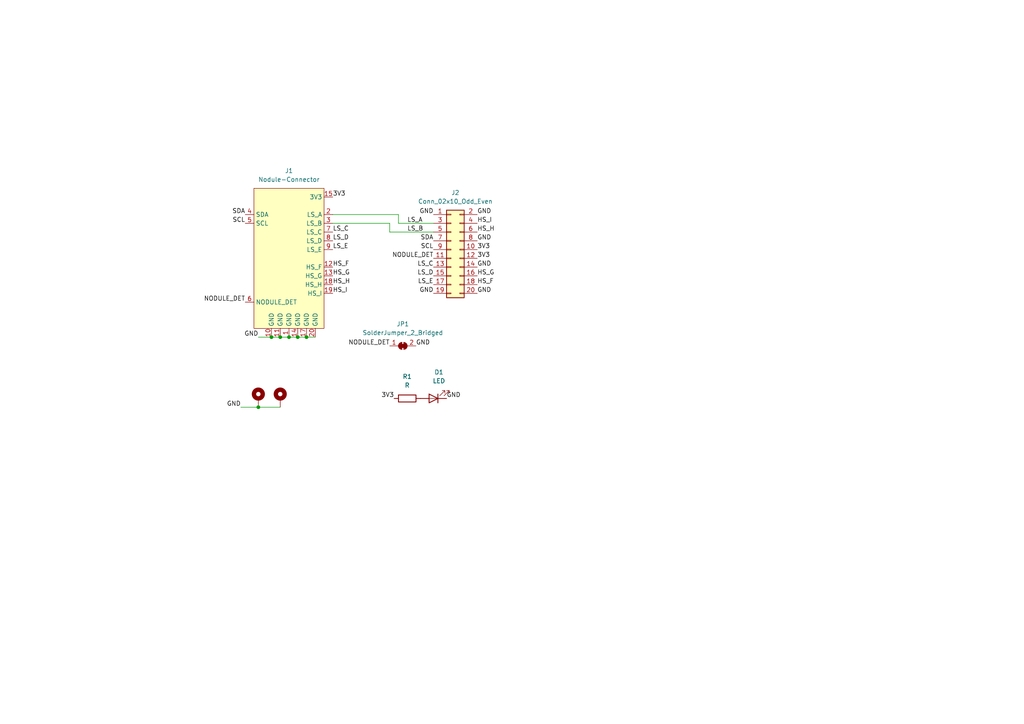
<source format=kicad_sch>
(kicad_sch (version 20230121) (generator eeschema)
  (paper "A4")
  (lib_symbols
    (symbol "Connector_Generic:Conn_02x10_Odd_Even" (pin_names (offset 1.016) hide)
      (property "Reference" "J" (at 1.27 12.7 0))
      (property "Value" "Conn_02x10_Odd_Even" (at 1.27 -15.24 0))
      (symbol "Conn_02x10_Odd_Even_1_1"
        (rectangle (start -1.27 -12.573) (end 0 -12.827) (stroke (width 0.1524)))
        (rectangle (start -1.27 -10.033) (end 0 -10.287) (stroke (width 0.1524)))
        (rectangle (start -1.27 -7.493) (end 0 -7.747) (stroke (width 0.1524)))
        (rectangle (start -1.27 -4.953) (end 0 -5.207) (stroke (width 0.1524)))
        (rectangle (start -1.27 -2.413) (end 0 -2.667) (stroke (width 0.1524)))
        (rectangle (start -1.27 0.127) (end 0 -0.127) (stroke (width 0.1524)))
        (rectangle (start -1.27 2.667) (end 0 2.413) (stroke (width 0.1524)))
        (rectangle (start -1.27 5.207) (end 0 4.953) (stroke (width 0.1524)))
        (rectangle (start -1.27 7.747) (end 0 7.493) (stroke (width 0.1524)))
        (rectangle (start -1.27 10.287) (end 0 10.033) (stroke (width 0.1524)))
        (rectangle (start -1.27 11.43) (end 3.81 -13.97) (stroke (width 0.254)) (fill (type background)))
        (rectangle (start 3.81 -12.573) (end 2.54 -12.827) (stroke (width 0.1524)))
        (rectangle (start 3.81 -10.033) (end 2.54 -10.287) (stroke (width 0.1524)))
        (rectangle (start 3.81 -7.493) (end 2.54 -7.747) (stroke (width 0.1524)))
        (rectangle (start 3.81 -4.953) (end 2.54 -5.207) (stroke (width 0.1524)))
        (rectangle (start 3.81 -2.413) (end 2.54 -2.667) (stroke (width 0.1524)))
        (rectangle (start 3.81 0.127) (end 2.54 -0.127) (stroke (width 0.1524)))
        (rectangle (start 3.81 2.667) (end 2.54 2.413) (stroke (width 0.1524)))
        (rectangle (start 3.81 5.207) (end 2.54 4.953) (stroke (width 0.1524)))
        (rectangle (start 3.81 7.747) (end 2.54 7.493) (stroke (width 0.1524)))
        (rectangle (start 3.81 10.287) (end 2.54 10.033) (stroke (width 0.1524)))
        (pin passive line (at -5.08 10.16 0) (length 3.81) (name "Pin_1") (number "1"))
        (pin passive line (at 7.62 0 180) (length 3.81) (name "Pin_10") (number "10"))
        (pin passive line (at -5.08 -2.54 0) (length 3.81) (name "Pin_11") (number "11"))
        (pin passive line (at 7.62 -2.54 180) (length 3.81) (name "Pin_12") (number "12"))
        (pin passive line (at -5.08 -5.08 0) (length 3.81) (name "Pin_13") (number "13"))
        (pin passive line (at 7.62 -5.08 180) (length 3.81) (name "Pin_14") (number "14"))
        (pin passive line (at -5.08 -7.62 0) (length 3.81) (name "Pin_15") (number "15"))
        (pin passive line (at 7.62 -7.62 180) (length 3.81) (name "Pin_16") (number "16"))
        (pin passive line (at -5.08 -10.16 0) (length 3.81) (name "Pin_17") (number "17"))
        (pin passive line (at 7.62 -10.16 180) (length 3.81) (name "Pin_18") (number "18"))
        (pin passive line (at -5.08 -12.7 0) (length 3.81) (name "Pin_19") (number "19"))
        (pin passive line (at 7.62 10.16 180) (length 3.81) (name "Pin_2") (number "2"))
        (pin passive line (at 7.62 -12.7 180) (length 3.81) (name "Pin_20") (number "20"))
        (pin passive line (at -5.08 7.62 0) (length 3.81) (name "Pin_3") (number "3"))
        (pin passive line (at 7.62 7.62 180) (length 3.81) (name "Pin_4") (number "4"))
        (pin passive line (at -5.08 5.08 0) (length 3.81) (name "Pin_5") (number "5"))
        (pin passive line (at 7.62 5.08 180) (length 3.81) (name "Pin_6") (number "6"))
        (pin passive line (at -5.08 2.54 0) (length 3.81) (name "Pin_7") (number "7"))
        (pin passive line (at 7.62 2.54 180) (length 3.81) (name "Pin_8") (number "8"))
        (pin passive line (at -5.08 0 0) (length 3.81) (name "Pin_9") (number "9"))
      )
    )
    (symbol "Device:LED" (pin_numbers hide) (pin_names (offset 1.016) hide)
      (property "Reference" "D" (at 0 2.54 0))
      (property "Value" "LED" (at 0 -2.54 0))
      (symbol "LED_0_1"
        (polyline (pts (xy -1.27 -1.27) (xy -1.27 1.27)) (stroke (width 0.254)))
        (polyline (pts (xy -1.27 0) (xy 1.27 0)))
        (polyline (pts (xy 1.27 -1.27) (xy 1.27 1.27) (xy -1.27 0) (xy 1.27 -1.27)) (stroke (width 0.254)))
        (polyline (pts (xy -3.048 -0.762) (xy -4.572 -2.286) (xy -3.81 -2.286) (xy -4.572 -2.286) (xy -4.572 -1.524)))
        (polyline (pts (xy -1.778 -0.762) (xy -3.302 -2.286) (xy -2.54 -2.286) (xy -3.302 -2.286) (xy -3.302 -1.524)))
      )
      (symbol "LED_1_1"
        (pin passive line (at -3.81 0 0) (length 2.54) (name "K") (number "1"))
        (pin passive line (at 3.81 0 180) (length 2.54) (name "A") (number "2"))
      )
    )
    (symbol "Device:R" (pin_numbers hide) (pin_names (offset 0))
      (property "Reference" "R" (at 2.032 0 90))
      (property "Value" "R" (at 0 0 90))
      (symbol "R_0_1"
        (rectangle (start -1.016 -2.54) (end 1.016 2.54) (stroke (width 0.254)))
      )
      (symbol "R_1_1"
        (pin passive line (at 0 3.81 270) (length 1.27) (name "~") (number "1"))
        (pin passive line (at 0 -3.81 90) (length 1.27) (name "~") (number "2"))
      )
    )
    (symbol "Jumper:SolderJumper_2_Bridged" (pin_names (offset 0) hide)
      (property "Reference" "JP" (at 0 2.032 0))
      (property "Value" "SolderJumper_2_Bridged" (at 0 -2.54 0))
      (symbol "SolderJumper_2_Bridged_0_1"
        (rectangle (start -0.508 0.508) (end 0.508 -0.508) (fill (type outline)))
        (arc (start -0.254 1.016) (mid -1.2656 0) (end -0.254 -1.016))
        (arc (start -0.254 1.016) (mid -1.2656 0) (end -0.254 -1.016) (fill (type outline)))
        (polyline (pts (xy -0.254 1.016) (xy -0.254 -1.016)))
        (polyline (pts (xy 0.254 1.016) (xy 0.254 -1.016)))
        (arc (start 0.254 -1.016) (mid 1.2656 0) (end 0.254 1.016))
        (arc (start 0.254 -1.016) (mid 1.2656 0) (end 0.254 1.016) (fill (type outline)))
      )
      (symbol "SolderJumper_2_Bridged_1_1"
        (pin passive line (at -3.81 0 0) (length 2.54) (name "A") (number "1"))
        (pin passive line (at 3.81 0 180) (length 2.54) (name "B") (number "2"))
      )
    )
    (symbol "Mechanical:MountingHole_Pad" (pin_numbers hide) (pin_names (offset 1.016) hide)
      (property "Reference" "H" (at 0 6.35 0))
      (property "Value" "MountingHole_Pad" (at 0 4.445 0))
      (symbol "MountingHole_Pad_0_1"
        (circle (center 0 1.27) (radius 1.27) (stroke (width 1.27)))
      )
      (symbol "MountingHole_Pad_1_1"
        (pin input line (at 0 -2.54 90) (length 2.54) (name "1") (number "1"))
      )
    )
    (symbol "nodular:nodular-edge-connector" (in_bom no)
      (property "Reference" "J" (at -6.35 17.78 0))
      (property "Value" "Nodule-Connector" (at 0 21.59 0))
      (symbol "nodular-edge-connector_1_1"
        (rectangle (start -10.16 20.32) (end 10.16 -20.32) (fill (type background)))
        (pin power_out line (at 0 -22.86 90) (length 2.54) (name "GND") (number "1"))
        (pin passive line (at -5.08 -22.86 90) (length 2.54) (name "GND") (number "10"))
        (pin passive line (at -2.54 -22.86 90) (length 2.54) (name "GND") (number "11"))
        (pin bidirectional line (at 12.7 -2.54 180) (length 2.54) (name "HS_F") (number "12"))
        (pin bidirectional line (at 12.7 -5.08 180) (length 2.54) (name "HS_G") (number "13"))
        (pin passive line (at 2.54 -22.86 90) (length 2.54) (name "GND") (number "14"))
        (pin power_out line (at 12.7 17.78 180) (length 2.54) (name "3V3") (number "15"))
        (pin passive line (at 12.7 17.78 180) (length 2.54) hide (name "3V3") (number "16"))
        (pin passive line (at 5.08 -22.86 90) (length 2.54) (name "GND") (number "17"))
        (pin bidirectional line (at 12.7 -7.62 180) (length 2.54) (name "HS_H") (number "18"))
        (pin bidirectional line (at 12.7 -10.16 180) (length 2.54) (name "HS_I") (number "19"))
        (pin bidirectional line (at 12.7 12.7 180) (length 2.54) (name "LS_A") (number "2"))
        (pin passive line (at 7.62 -22.86 90) (length 2.54) (name "GND") (number "20"))
        (pin bidirectional line (at 12.7 10.16 180) (length 2.54) (name "LS_B") (number "3"))
        (pin bidirectional line (at -12.7 12.7 0) (length 2.54) (name "SDA") (number "4"))
        (pin output line (at -12.7 10.16 0) (length 2.54) (name "SCL") (number "5"))
        (pin bidirectional line (at -12.7 -12.7 0) (length 2.54) (name "NODULE_DET") (number "6"))
        (pin bidirectional line (at 12.7 7.62 180) (length 2.54) (name "LS_C") (number "7"))
        (pin bidirectional line (at 12.7 5.08 180) (length 2.54) (name "LS_D") (number "8"))
        (pin bidirectional line (at 12.7 2.54 180) (length 2.54) (name "LS_E") (number "9"))
      )
    )
  )
  (junction (at 88.9 97.79))
  (junction (at 81.28 97.79))
  (junction (at 86.36 97.79))
  (junction (at 83.82 97.79))
  (junction (at 78.74 97.79))
  (junction (at 74.93 118.11))
  (wire (pts (xy 74.93 118.11) (xy 81.28 118.11)))
  (wire (pts (xy 115.57 64.77) (xy 115.57 62.23)))
  (wire (pts (xy 81.28 97.79) (xy 83.82 97.79)))
  (wire (pts (xy 74.93 97.79) (xy 78.74 97.79)))
  (wire (pts (xy 83.82 97.79) (xy 86.36 97.79)))
  (wire (pts (xy 125.73 64.77) (xy 115.57 64.77)))
  (wire (pts (xy 86.36 97.79) (xy 88.9 97.79)))
  (wire (pts (xy 115.57 62.23) (xy 96.52 62.23)))
  (wire (pts (xy 69.85 118.11) (xy 74.93 118.11)))
  (wire (pts (xy 113.03 67.31) (xy 113.03 64.77)))
  (wire (pts (xy 113.03 64.77) (xy 96.52 64.77)))
  (wire (pts (xy 125.73 67.31) (xy 113.03 67.31)))
  (wire (pts (xy 88.9 97.79) (xy 91.44 97.79)))
  (wire (pts (xy 78.74 97.79) (xy 81.28 97.79)))
  (label "NODULE_DET" (at 113.03 100.33 180))
  (label "GND" (at 69.85 118.11 180))
  (label "3V3" (at 96.52 57.15 0))
  (label "HS_H" (at 138.43 67.31 0))
  (label "GND" (at 125.73 62.23 180))
  (label "NODULE_DET" (at 125.73 74.93 180))
  (label "LS_E" (at 96.52 72.39 0))
  (label "LS_A" (at 118.11 64.77 0))
  (label "GND" (at 125.73 85.09 180))
  (label "GND" (at 120.65 100.33 0))
  (label "SCL" (at 71.12 64.77 180))
  (label "HS_F" (at 138.43 82.55 0))
  (label "LS_C" (at 125.73 77.47 180))
  (label "HS_G" (at 138.43 80.01 0))
  (label "SDA" (at 71.12 62.23 180))
  (label "HS_I" (at 96.52 85.09 0))
  (label "GND" (at 129.54 115.57 0))
  (label "GND" (at 74.93 97.79 180))
  (label "HS_F" (at 96.52 77.47 0))
  (label "LS_C" (at 96.52 67.31 0))
  (label "HS_G" (at 96.52 80.01 0))
  (label "GND" (at 138.43 85.09 0))
  (label "SCL" (at 125.73 72.39 180))
  (label "HS_H" (at 96.52 82.55 0))
  (label "3V3" (at 114.3 115.57 180))
  (label "GND" (at 138.43 77.47 0))
  (label "HS_I" (at 138.43 64.77 0))
  (label "LS_D" (at 96.52 69.85 0))
  (label "NODULE_DET" (at 71.12 87.63 180))
  (label "3V3" (at 138.43 74.93 0))
  (label "LS_E" (at 125.73 82.55 180))
  (label "LS_B" (at 118.11 67.31 0))
  (label "GND" (at 138.43 69.85 0))
  (label "GND" (at 138.43 62.23 0))
  (label "3V3" (at 138.43 72.39 0))
  (label "SDA" (at 125.73 69.85 180))
  (label "LS_D" (at 125.73 80.01 180))
  (symbol (lib_id "Device:R") (at 118.11 115.57 90) (unit 1)
    (property "Reference" "R1" (at 118.11 109.22 90))
    (property "Value" "R" (at 118.11 111.76 90))
    (property "Footprint" "Resistor_SMD:R_0603_1608Metric" (effects hide))
  )
  (symbol (lib_id "Mechanical:MountingHole_Pad") (at 74.93 115.57 0) (unit 1)
    (property "Reference" "H1" (effects hide))
    (property "Value" "MountingHole_Pad" (effects hide))
    (property "Footprint" "MountingHole:MountingHole_2.2mm_M2_Pad_Via" (effects hide))
  )
  (symbol (lib_id "Device:LED") (at 125.73 115.57 180) (unit 1)
    (property "Reference" "D1" (at 127.3175 107.95 0))
    (property "Value" "LED" (at 127.3175 110.49 0))
    (property "Footprint" "LED_SMD:LED_0805_2012Metric" (effects hide))
  )
  (symbol (lib_id "Mechanical:MountingHole_Pad") (at 81.28 115.57 0) (unit 1)
    (property "Reference" "H2" (effects hide))
    (property "Value" "MountingHole_Pad" (effects hide))
    (property "Footprint" "MountingHole:MountingHole_2.2mm_M2_Pad_Via" (effects hide))
  )
  (symbol (lib_id "nodular:nodular-edge-connector") (at 83.82 74.93 0) (unit 1) (in_bom no)
    (property "Reference" "J1" (at 83.82 49.53 0))
    (property "Value" "Nodule-Connector" (at 83.82 52.07 0))
    (property "Footprint" "nodular:nodule-edge-connector" (effects hide))
    (property "Sim.Enable" "0" (effects hide))
  )
  (symbol (lib_id "Connector_Generic:Conn_02x10_Odd_Even") (at 130.81 72.39 0) (unit 1)
    (property "Reference" "J2" (at 132.08 55.88 0))
    (property "Value" "Conn_02x10_Odd_Even" (at 132.08 58.42 0))
    (property "Footprint" "Connector_PinHeader_2.54mm:PinHeader_2x10_P2.54mm_Vertical" (effects hide))
  )
  (symbol (lib_id "Jumper:SolderJumper_2_Bridged") (at 116.84 100.33 0) (unit 1)
    (property "Reference" "JP1" (at 116.84 93.98 0))
    (property "Value" "SolderJumper_2_Bridged" (at 116.84 96.52 0))
    (property "Footprint" "Jumper:SolderJumper-2_P1.3mm_Bridged_RoundedPad1.0x1.5mm" (effects hide))
  )
)
</source>
